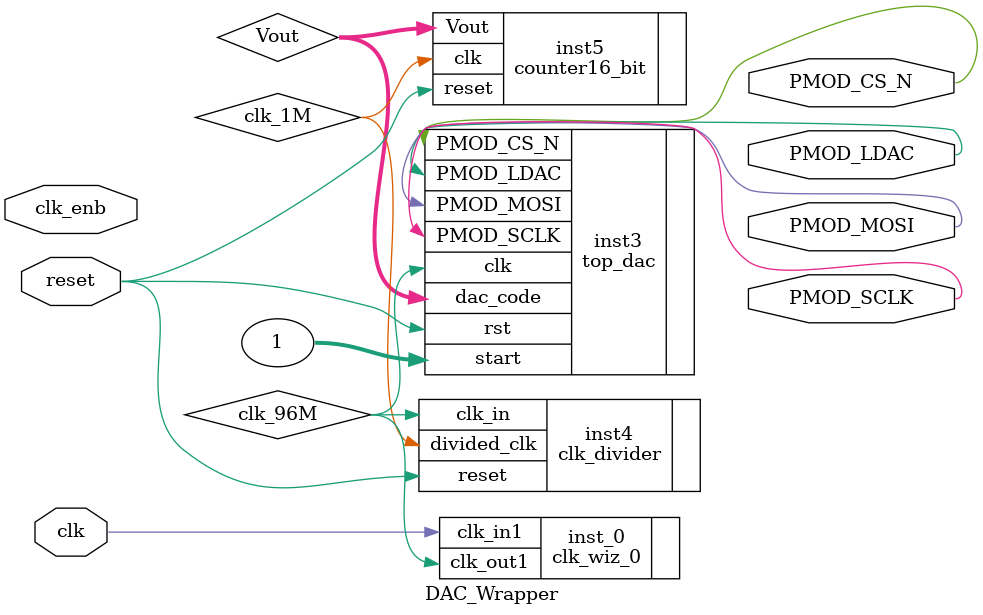
<source format=v>
`timescale 1ns / 1ps


module DAC_Wrapper(input clk,
				   input reset,
				   input clk_enb,
				   output PMOD_MOSI,
				   output PMOD_SCLK,
				   output PMOD_CS_N,
				   output PMOD_LDAC);
wire clk_96M;
//wire [31:0]Vint; // Intermedite voltage
//wire ce_out;
wire [15:0]Vout;
wire start;
wire clk_1M;

//Clock divider Clk_96M to Clk_1M
  clk_divider inst4(.clk_in(clk_96M),.reset(reset),.divided_clk(clk_1M));
  
// Clock of 96Mhz from Clocking Wizard
  clk_wiz_0 inst_0
   (
    // Clock out ports
    .clk_out1(clk_96M),     // output clk_96M
   // Clock in ports
    .clk_in1(clk)      // input clk
);

/*//Sine values from BRAM
sine_values inst1(.clk(clk_1M),
				  .reset(reset),
				  .sinout(Vint));*/
				 
/*//32bit to 16bit conversion
sin_16bit inst2(.clk(clk_1M),
				.reset(reset),
				.clk_enable(clk_enb),
				.In1(Vint),
				.ce_out(ce_out),
				.Out1(Vout));*/

// 16 bit Counter
counter16_bit inst5(.clk(clk_1M),
					.reset(reset),
					.Vout(Vout));



//Pmod DAC AD5541 controller instantiation
top_dac inst3(.clk(clk_96M),
			  .rst(reset),
			  .start(1),
			  .dac_code(Vout),
			  .PMOD_MOSI(PMOD_MOSI),
			  .PMOD_SCLK(PMOD_SCLK),
			  .PMOD_CS_N(PMOD_CS_N),
			  .PMOD_LDAC(PMOD_LDAC));

endmodule

</source>
